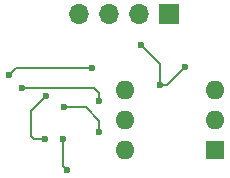
<source format=gbr>
G04 #@! TF.GenerationSoftware,KiCad,Pcbnew,7.0.9*
G04 #@! TF.CreationDate,2024-02-07T11:32:08+05:45*
G04 #@! TF.ProjectId,OBC-v4.0,4f42432d-7634-42e3-902e-6b696361645f,rev?*
G04 #@! TF.SameCoordinates,Original*
G04 #@! TF.FileFunction,Copper,L2,Bot*
G04 #@! TF.FilePolarity,Positive*
%FSLAX46Y46*%
G04 Gerber Fmt 4.6, Leading zero omitted, Abs format (unit mm)*
G04 Created by KiCad (PCBNEW 7.0.9) date 2024-02-07 11:32:08*
%MOMM*%
%LPD*%
G01*
G04 APERTURE LIST*
G04 #@! TA.AperFunction,ComponentPad*
%ADD10R,1.600000X1.600000*%
G04 #@! TD*
G04 #@! TA.AperFunction,ComponentPad*
%ADD11O,1.600000X1.600000*%
G04 #@! TD*
G04 #@! TA.AperFunction,ComponentPad*
%ADD12R,1.700000X1.700000*%
G04 #@! TD*
G04 #@! TA.AperFunction,ComponentPad*
%ADD13O,1.700000X1.700000*%
G04 #@! TD*
G04 #@! TA.AperFunction,ViaPad*
%ADD14C,0.600000*%
G04 #@! TD*
G04 #@! TA.AperFunction,Conductor*
%ADD15C,0.200000*%
G04 #@! TD*
G04 APERTURE END LIST*
D10*
X126752500Y-95115000D03*
D11*
X126752500Y-92575000D03*
X126752500Y-90035000D03*
X119132500Y-90035000D03*
X119132500Y-92575000D03*
X119132500Y-95115000D03*
D12*
X122855000Y-83570000D03*
D13*
X120315000Y-83570000D03*
X117775000Y-83570000D03*
X115235000Y-83570000D03*
D14*
X113815000Y-94110000D03*
X120465000Y-86170000D03*
X122055000Y-89560000D03*
X114155000Y-96790000D03*
X124185000Y-88020000D03*
X116925000Y-93550000D03*
X113935000Y-91440000D03*
X116325000Y-88129500D03*
X109285000Y-88720000D03*
X110375000Y-89850000D03*
X116905000Y-90910000D03*
X112335000Y-94190000D03*
X112395000Y-90523998D03*
D15*
X122055000Y-89560000D02*
X122645000Y-89560000D01*
X113815000Y-94110000D02*
X113815000Y-96450000D01*
X122055000Y-87760000D02*
X120465000Y-86170000D01*
X122055000Y-89560000D02*
X122055000Y-87760000D01*
X122645000Y-89560000D02*
X124185000Y-88020000D01*
X113815000Y-96450000D02*
X114155000Y-96790000D01*
X116915000Y-93540000D02*
X116925000Y-93550000D01*
X116915000Y-92590000D02*
X116915000Y-93540000D01*
X115765000Y-91440000D02*
X116915000Y-92590000D01*
X113935000Y-91440000D02*
X115765000Y-91440000D01*
X116325000Y-88129500D02*
X109875500Y-88129500D01*
X109875500Y-88129500D02*
X109285000Y-88720000D01*
X116445000Y-89850000D02*
X116885000Y-90290000D01*
X116885000Y-90890000D02*
X116905000Y-90910000D01*
X116885000Y-90290000D02*
X116885000Y-90890000D01*
X110375000Y-89850000D02*
X116445000Y-89850000D01*
X111115000Y-91810000D02*
X112395000Y-90530000D01*
X112335000Y-94190000D02*
X111415000Y-94190000D01*
X112395000Y-90530000D02*
X112395000Y-90523998D01*
X111415000Y-94190000D02*
X111115000Y-93890000D01*
X111115000Y-93890000D02*
X111115000Y-91810000D01*
M02*

</source>
